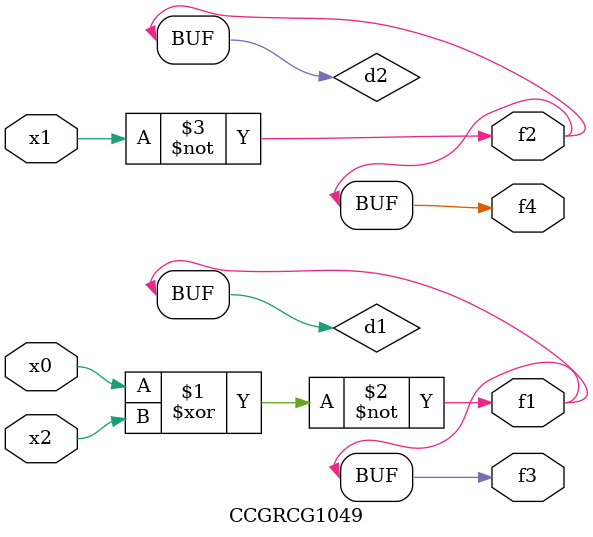
<source format=v>
module CCGRCG1049(
	input x0, x1, x2,
	output f1, f2, f3, f4
);

	wire d1, d2, d3;

	xnor (d1, x0, x2);
	nand (d2, x1);
	nor (d3, x1, x2);
	assign f1 = d1;
	assign f2 = d2;
	assign f3 = d1;
	assign f4 = d2;
endmodule

</source>
